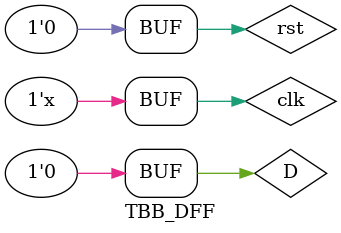
<source format=v>
`timescale 1ns/1ns
module TBB_DFF;

reg D,clk,rst;
wire Q;

DFU U1(
    .D(D),
    .clk(clk),
    .Q(Q)
);

always #10 clk = ~clk;
initial
    begin
        #5;
        clk = 0;
        
        D = 0;
        #10;

        D = 1;
        #10; 
        rst = 1;
        #10;
        D = 1;
        rst = 0;
        #10;
        D = 0;
    end

endmodule
</source>
